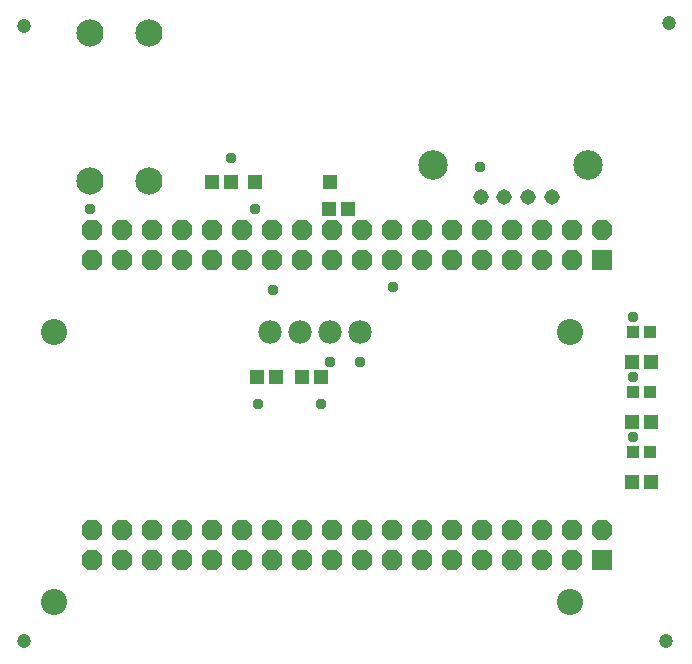
<source format=gbr>
G04 EAGLE Gerber RS-274X export*
G75*
%MOMM*%
%FSLAX34Y34*%
%LPD*%
%INSoldermask Top*%
%IPPOS*%
%AMOC8*
5,1,8,0,0,1.08239X$1,22.5*%
G01*
%ADD10C,1.203200*%
%ADD11C,1.981200*%
%ADD12C,2.203200*%
%ADD13C,2.303200*%
%ADD14R,1.003200X1.003200*%
%ADD15R,1.153159X1.234441*%
%ADD16R,1.727200X1.727200*%
%ADD17P,1.869504X8X202.500000*%
%ADD18C,1.311200*%
%ADD19C,2.503200*%
%ADD20R,1.311200X1.311200*%
%ADD21C,0.959600*%


D10*
X-1348740Y-2204720D03*
X-802640Y-2202180D03*
X-1348740Y-2725420D03*
X-805180Y-2725420D03*
D11*
X-1089660Y-2463800D03*
X-1140460Y-2463800D03*
X-1115060Y-2463800D03*
X-1064260Y-2463800D03*
D12*
X-1323340Y-2692400D03*
X-886460Y-2692400D03*
X-1323340Y-2463800D03*
X-886460Y-2463800D03*
D13*
X-1292460Y-2335800D03*
X-1242460Y-2335800D03*
X-1292460Y-2210800D03*
X-1242460Y-2210800D03*
D14*
X-833000Y-2565400D03*
X-818000Y-2565400D03*
D15*
X-1074039Y-2359660D03*
X-1090041Y-2359660D03*
D14*
X-833000Y-2463800D03*
X-818000Y-2463800D03*
X-833000Y-2514600D03*
X-818000Y-2514600D03*
D15*
X-833501Y-2489200D03*
X-817499Y-2489200D03*
X-833501Y-2540000D03*
X-817499Y-2540000D03*
X-833501Y-2590800D03*
X-817499Y-2590800D03*
X-1189101Y-2336800D03*
X-1173099Y-2336800D03*
X-1096899Y-2501900D03*
X-1112901Y-2501900D03*
X-1151001Y-2501900D03*
X-1134999Y-2501900D03*
D16*
X-859200Y-2657100D03*
D17*
X-859200Y-2631700D03*
X-884600Y-2657100D03*
X-884600Y-2631700D03*
X-910000Y-2657100D03*
X-910000Y-2631700D03*
X-935400Y-2657100D03*
X-935400Y-2631700D03*
X-960800Y-2657100D03*
X-960800Y-2631700D03*
X-986200Y-2657100D03*
X-986200Y-2631700D03*
X-1011600Y-2657100D03*
X-1011600Y-2631700D03*
X-1037000Y-2657100D03*
X-1037000Y-2631700D03*
X-1062400Y-2657100D03*
X-1062400Y-2631700D03*
X-1087800Y-2657100D03*
X-1087800Y-2631700D03*
X-1113200Y-2657100D03*
X-1113200Y-2631700D03*
X-1138600Y-2657100D03*
X-1138600Y-2631700D03*
X-1164000Y-2657100D03*
X-1164000Y-2631700D03*
X-1189400Y-2657100D03*
X-1189400Y-2631700D03*
X-1214800Y-2657100D03*
X-1214800Y-2631700D03*
X-1240200Y-2657100D03*
X-1240200Y-2631700D03*
X-1265600Y-2657100D03*
X-1265600Y-2631700D03*
X-1291000Y-2657100D03*
X-1291000Y-2631700D03*
D16*
X-859200Y-2403100D03*
D17*
X-859200Y-2377700D03*
X-884600Y-2403100D03*
X-884600Y-2377700D03*
X-910000Y-2403100D03*
X-910000Y-2377700D03*
X-935400Y-2403100D03*
X-935400Y-2377700D03*
X-960800Y-2403100D03*
X-960800Y-2377700D03*
X-986200Y-2403100D03*
X-986200Y-2377700D03*
X-1011600Y-2403100D03*
X-1011600Y-2377700D03*
X-1037000Y-2403100D03*
X-1037000Y-2377700D03*
X-1062400Y-2403100D03*
X-1062400Y-2377700D03*
X-1087800Y-2403100D03*
X-1087800Y-2377700D03*
X-1113200Y-2403100D03*
X-1113200Y-2377700D03*
X-1138600Y-2403100D03*
X-1138600Y-2377700D03*
X-1164000Y-2403100D03*
X-1164000Y-2377700D03*
X-1189400Y-2403100D03*
X-1189400Y-2377700D03*
X-1214800Y-2403100D03*
X-1214800Y-2377700D03*
X-1240200Y-2403100D03*
X-1240200Y-2377700D03*
X-1265600Y-2403100D03*
X-1265600Y-2377700D03*
X-1291000Y-2403100D03*
X-1291000Y-2377700D03*
D18*
X-901700Y-2349500D03*
X-921700Y-2349500D03*
X-941700Y-2349500D03*
X-961700Y-2349500D03*
D19*
X-871000Y-2322400D03*
X-1002400Y-2322400D03*
D20*
X-1153160Y-2336800D03*
X-1089660Y-2336800D03*
D21*
X-833120Y-2451100D03*
X-833120Y-2552700D03*
X-833120Y-2501900D03*
X-1089660Y-2489200D03*
X-962660Y-2324100D03*
X-1036320Y-2425700D03*
X-1153160Y-2359660D03*
X-1292860Y-2359660D03*
X-1064260Y-2489200D03*
X-1150620Y-2524760D03*
X-1097280Y-2524760D03*
X-1173480Y-2316480D03*
X-1137920Y-2428240D03*
M02*

</source>
